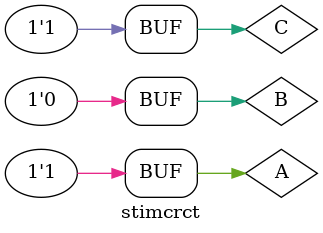
<source format=v>
`include "mux2tol_gate.v"
`timescale 1ns/1ps
module stimcrct;
reg A,B,C;
wire x;
mux2tol_gate HA1(A,B,C,x);
initial 
begin 
A= 1'b0; B=1'b0; C=1'b0;
$monitor(,$time,"a=%b,b=%b,c=%b, f=%b",A,B,C,x);
#100 A=1'b1; B=1'b0; C=1'b1;
end
endmodule

</source>
